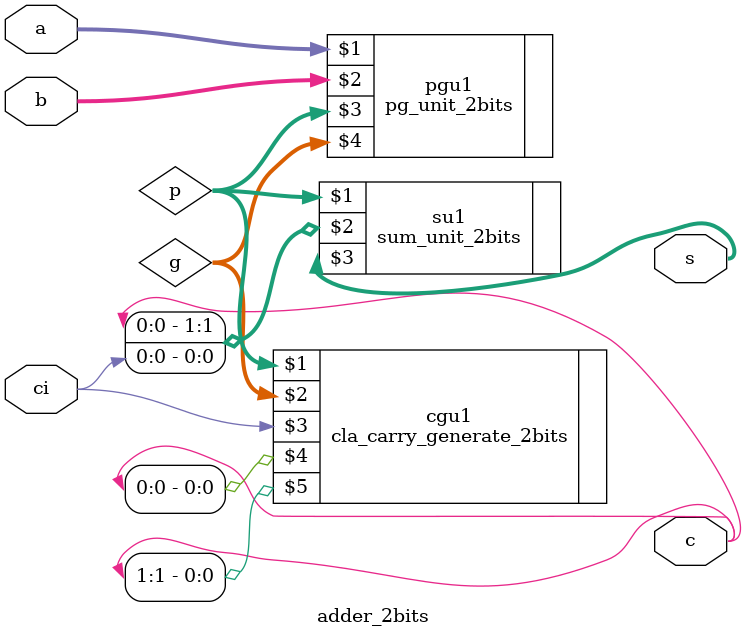
<source format=v>
`include "pg_unit_2bits.v"
`include "cla_carry_generate_2bits.v"
`include "sum_unit_2bits.v"

module adder_2bits
(
	input [1:0] a, b,
	input ci,
	output [1:0] s, c 
);
wire [1:0] p, g;
pg_unit_2bits	pgu1(a, b, p, g);
cla_carry_generate_2bits	cgu1(p, g, ci, c[0], c[1]);
sum_unit_2bits	su1(p, {c[0], ci}, s);
endmodule  

</source>
